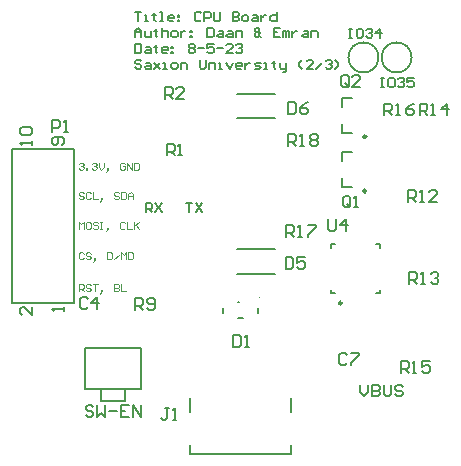
<source format=gto>
G04*
G04 #@! TF.GenerationSoftware,Altium Limited,Altium Designer,23.4.1 (23)*
G04*
G04 Layer_Color=65535*
%FSLAX44Y44*%
%MOMM*%
G71*
G04*
G04 #@! TF.SameCoordinates,89D196A3-88CA-4BC0-B6F8-5B7F0D742441*
G04*
G04*
G04 #@! TF.FilePolarity,Positive*
G04*
G01*
G75*
%ADD10C,0.2000*%
%ADD11C,0.2500*%
%ADD12C,0.1000*%
%ADD13C,0.1270*%
%ADD14C,0.1600*%
%ADD15C,0.1500*%
%ADD16C,0.1524*%
%ADD17C,0.1800*%
D10*
X362700Y354000D02*
G03*
X362700Y354000I-12700J0D01*
G01*
X334700D02*
G03*
X334700Y354000I-12700J0D01*
G01*
X260500Y18500D02*
Y26000D01*
X175500Y18500D02*
X260500D01*
X175500D02*
Y26000D01*
X260500Y53500D02*
Y66000D01*
X175500Y53500D02*
Y66000D01*
X24550Y146400D02*
X76850D01*
Y276400D01*
X24550Y146400D02*
Y276400D01*
X76850D01*
X294250Y154250D02*
X297500D01*
X332500D02*
X335750D01*
Y192500D02*
Y195750D01*
Y154250D02*
Y157500D01*
X294250Y195750D02*
X297500D01*
X332500D02*
X335750D01*
X294250Y192500D02*
Y195750D01*
Y154250D02*
Y157500D01*
X304000Y312000D02*
Y320000D01*
X312000D01*
X304000Y290000D02*
Y298000D01*
Y290000D02*
X312000D01*
X304000Y266000D02*
Y274000D01*
X312000D01*
X304000Y244000D02*
Y252000D01*
Y244000D02*
X312000D01*
X233000Y138000D02*
Y142000D01*
X203000Y138000D02*
Y142000D01*
X216000Y147000D02*
X217000D01*
X216000Y133000D02*
X220000D01*
X319000Y76997D02*
Y70332D01*
X322332Y67000D01*
X325664Y70332D01*
Y76997D01*
X328997D02*
Y67000D01*
X333995D01*
X335661Y68666D01*
Y70332D01*
X333995Y71998D01*
X328997D01*
X333995D01*
X335661Y73664D01*
Y75331D01*
X333995Y76997D01*
X328997D01*
X338994D02*
Y68666D01*
X340660Y67000D01*
X343992D01*
X345658Y68666D01*
Y76997D01*
X355655Y75331D02*
X353989Y76997D01*
X350657D01*
X348990Y75331D01*
Y73664D01*
X350657Y71998D01*
X353989D01*
X355655Y70332D01*
Y68666D01*
X353989Y67000D01*
X350657D01*
X348990Y68666D01*
X291846Y217261D02*
Y208930D01*
X293512Y207264D01*
X296844D01*
X298510Y208930D01*
Y217261D01*
X306841Y207264D02*
Y217261D01*
X301843Y212262D01*
X308507D01*
X93339Y58332D02*
X91673Y59998D01*
X88340D01*
X86674Y58332D01*
Y56666D01*
X88340Y55000D01*
X91673D01*
X93339Y53334D01*
Y51668D01*
X91673Y50002D01*
X88340D01*
X86674Y51668D01*
X96671Y59998D02*
Y50002D01*
X100003Y53334D01*
X103336Y50002D01*
Y59998D01*
X106668Y55000D02*
X113332D01*
X123329Y59998D02*
X116664D01*
Y50002D01*
X123329D01*
X116664Y55000D02*
X119997D01*
X126661Y50002D02*
Y59998D01*
X133326Y50002D01*
Y59998D01*
X258504Y279425D02*
Y289422D01*
X263502D01*
X265168Y287756D01*
Y284424D01*
X263502Y282757D01*
X258504D01*
X261836D02*
X265168Y279425D01*
X268501D02*
X271833D01*
X270167D01*
Y289422D01*
X268501Y287756D01*
X276831D02*
X278498Y289422D01*
X281830D01*
X283496Y287756D01*
Y286090D01*
X281830Y284424D01*
X283496Y282757D01*
Y281091D01*
X281830Y279425D01*
X278498D01*
X276831Y281091D01*
Y282757D01*
X278498Y284424D01*
X276831Y286090D01*
Y287756D01*
X278498Y284424D02*
X281830D01*
X256504Y202002D02*
Y211998D01*
X261502D01*
X263169Y210332D01*
Y207000D01*
X261502Y205334D01*
X256504D01*
X259836D02*
X263169Y202002D01*
X266501D02*
X269833D01*
X268167D01*
Y211998D01*
X266501Y210332D01*
X274832Y211998D02*
X281496D01*
Y210332D01*
X274832Y203668D01*
Y202002D01*
X339504Y305002D02*
Y314998D01*
X344502D01*
X346169Y313332D01*
Y310000D01*
X344502Y308334D01*
X339504D01*
X342836D02*
X346169Y305002D01*
X349501D02*
X352833D01*
X351167D01*
Y314998D01*
X349501Y313332D01*
X364496Y314998D02*
X361164Y313332D01*
X357831Y310000D01*
Y306668D01*
X359498Y305002D01*
X362830D01*
X364496Y306668D01*
Y308334D01*
X362830Y310000D01*
X357831D01*
X353504Y87002D02*
Y96998D01*
X358502D01*
X360168Y95332D01*
Y92000D01*
X358502Y90334D01*
X353504D01*
X356836D02*
X360168Y87002D01*
X363501D02*
X366833D01*
X365167D01*
Y96998D01*
X363501Y95332D01*
X378496Y96998D02*
X371832D01*
Y92000D01*
X375164Y93666D01*
X376830D01*
X378496Y92000D01*
Y88668D01*
X376830Y87002D01*
X373498D01*
X371832Y88668D01*
X369504Y305002D02*
Y314998D01*
X374502D01*
X376169Y313332D01*
Y310000D01*
X374502Y308334D01*
X369504D01*
X372836D02*
X376169Y305002D01*
X379501D02*
X382833D01*
X381167D01*
Y314998D01*
X379501Y313332D01*
X392830Y305002D02*
Y314998D01*
X387831Y310000D01*
X394496D01*
X360504Y162002D02*
Y171998D01*
X365502D01*
X367169Y170332D01*
Y167000D01*
X365502Y165334D01*
X360504D01*
X363836D02*
X367169Y162002D01*
X370501D02*
X373833D01*
X372167D01*
Y171998D01*
X370501Y170332D01*
X378831D02*
X380498Y171998D01*
X383830D01*
X385496Y170332D01*
Y168666D01*
X383830Y167000D01*
X382164D01*
X383830D01*
X385496Y165334D01*
Y163668D01*
X383830Y162002D01*
X380498D01*
X378831Y163668D01*
X359504Y232002D02*
Y241998D01*
X364502D01*
X366169Y240332D01*
Y237000D01*
X364502Y235334D01*
X359504D01*
X362836D02*
X366169Y232002D01*
X369501D02*
X372833D01*
X371167D01*
Y241998D01*
X369501Y240332D01*
X384496Y232002D02*
X377831D01*
X384496Y238666D01*
Y240332D01*
X382830Y241998D01*
X379498D01*
X377831Y240332D01*
X128669Y140002D02*
Y149998D01*
X133668D01*
X135334Y148332D01*
Y145000D01*
X133668Y143334D01*
X128669D01*
X132002D02*
X135334Y140002D01*
X138666Y141668D02*
X140332Y140002D01*
X143665D01*
X145331Y141668D01*
Y148332D01*
X143665Y149998D01*
X140332D01*
X138666Y148332D01*
Y146666D01*
X140332Y145000D01*
X145331D01*
X153669Y319002D02*
Y328998D01*
X158668D01*
X160334Y327332D01*
Y324000D01*
X158668Y322334D01*
X153669D01*
X157002D02*
X160334Y319002D01*
X170331D02*
X163666D01*
X170331Y325666D01*
Y327332D01*
X168664Y328998D01*
X165332D01*
X163666Y327332D01*
X155336Y271002D02*
Y280998D01*
X160334D01*
X162000Y279332D01*
Y276000D01*
X160334Y274334D01*
X155336D01*
X158668D02*
X162000Y271002D01*
X165332D02*
X168664D01*
X166998D01*
Y280998D01*
X165332Y279332D01*
X309334Y330668D02*
Y337332D01*
X307668Y338998D01*
X304335D01*
X302669Y337332D01*
Y330668D01*
X304335Y329002D01*
X307668D01*
X306002Y332334D02*
X309334Y329002D01*
X307668D02*
X309334Y330668D01*
X319331Y329002D02*
X312666D01*
X319331Y335666D01*
Y337332D01*
X317665Y338998D01*
X314332D01*
X312666Y337332D01*
X311000Y228668D02*
Y235332D01*
X309334Y236998D01*
X306002D01*
X304335Y235332D01*
Y228668D01*
X306002Y227002D01*
X309334D01*
X307668Y230334D02*
X311000Y227002D01*
X309334D02*
X311000Y228668D01*
X314332Y227002D02*
X317665D01*
X315998D01*
Y236998D01*
X314332Y235332D01*
X58335Y291002D02*
Y300998D01*
X63334D01*
X65000Y299332D01*
Y296000D01*
X63334Y294334D01*
X58335D01*
X68332Y291002D02*
X71665D01*
X69998D01*
Y300998D01*
X68332Y299332D01*
X257976Y316426D02*
Y306429D01*
X262974D01*
X264640Y308095D01*
Y314760D01*
X262974Y316426D01*
X257976D01*
X274637D02*
X271305Y314760D01*
X267972Y311428D01*
Y308095D01*
X269639Y306429D01*
X272971D01*
X274637Y308095D01*
Y309762D01*
X272971Y311428D01*
X267972D01*
X256044Y185010D02*
Y175014D01*
X261043D01*
X262709Y176680D01*
Y183344D01*
X261043Y185010D01*
X256044D01*
X272706D02*
X266041D01*
Y180012D01*
X269373Y181678D01*
X271040D01*
X272706Y180012D01*
Y176680D01*
X271040Y175014D01*
X267707D01*
X266041Y176680D01*
X308334Y102332D02*
X306668Y103998D01*
X303335D01*
X301669Y102332D01*
Y95668D01*
X303335Y94002D01*
X306668D01*
X308334Y95668D01*
X311666Y103998D02*
X318331D01*
Y102332D01*
X311666Y95668D01*
Y94002D01*
X88334Y149332D02*
X86668Y150998D01*
X83336D01*
X81669Y149332D01*
Y142668D01*
X83336Y141002D01*
X86668D01*
X88334Y142668D01*
X96664Y141002D02*
Y150998D01*
X91666Y146000D01*
X98331D01*
X157000Y56998D02*
X153668D01*
X155334D01*
Y48668D01*
X153668Y47002D01*
X152002D01*
X150336Y48668D01*
X160332Y47002D02*
X163664D01*
X161998D01*
Y56998D01*
X160332Y55332D01*
X211336Y118998D02*
Y109002D01*
X216334D01*
X218000Y110668D01*
Y117332D01*
X216334Y118998D01*
X211336D01*
X221332Y109002D02*
X224664D01*
X222998D01*
Y118998D01*
X221332Y117332D01*
D11*
X303750Y146000D02*
G03*
X303750Y146000I-1250J0D01*
G01*
X324250Y287000D02*
G03*
X324250Y287000I-1250J0D01*
G01*
Y241000D02*
G03*
X324250Y241000I-1250J0D01*
G01*
D12*
X234500Y151000D02*
G03*
X234500Y151000I-500J0D01*
G01*
X81000Y155999D02*
Y161997D01*
X83999D01*
X84999Y160998D01*
Y158998D01*
X83999Y157999D01*
X81000D01*
X82999D02*
X84999Y155999D01*
X90997Y160998D02*
X89997Y161997D01*
X87998D01*
X86998Y160998D01*
Y159998D01*
X87998Y158998D01*
X89997D01*
X90997Y157999D01*
Y156999D01*
X89997Y155999D01*
X87998D01*
X86998Y156999D01*
X92996Y161997D02*
X96995D01*
X94995D01*
Y155999D01*
X99994Y155000D02*
X100993Y155999D01*
Y156999D01*
X99994D01*
Y155999D01*
X100993D01*
X99994Y155000D01*
X98994Y154000D01*
X110990Y161997D02*
Y155999D01*
X113989D01*
X114989Y156999D01*
Y157999D01*
X113989Y158998D01*
X110990D01*
X113989D01*
X114989Y159998D01*
Y160998D01*
X113989Y161997D01*
X110990D01*
X116988D02*
Y155999D01*
X120987D01*
X84999Y187998D02*
X83999Y188997D01*
X82000D01*
X81000Y187998D01*
Y183999D01*
X82000Y182999D01*
X83999D01*
X84999Y183999D01*
X90997Y187998D02*
X89997Y188997D01*
X87998D01*
X86998Y187998D01*
Y186998D01*
X87998Y185998D01*
X89997D01*
X90997Y184999D01*
Y183999D01*
X89997Y182999D01*
X87998D01*
X86998Y183999D01*
X93996Y182000D02*
X94995Y182999D01*
Y183999D01*
X93996D01*
Y182999D01*
X94995D01*
X93996Y182000D01*
X92996Y181000D01*
X104992Y188997D02*
Y182999D01*
X107991D01*
X108991Y183999D01*
Y187998D01*
X107991Y188997D01*
X104992D01*
X110990Y182999D02*
X114989Y186998D01*
X116988Y182999D02*
Y188997D01*
X118988Y186998D01*
X120987Y188997D01*
Y182999D01*
X122986Y188997D02*
Y182999D01*
X125985D01*
X126985Y183999D01*
Y187998D01*
X125985Y188997D01*
X122986D01*
X81000Y208999D02*
Y214997D01*
X82999Y212998D01*
X84999Y214997D01*
Y208999D01*
X89997Y214997D02*
X87998D01*
X86998Y213998D01*
Y209999D01*
X87998Y208999D01*
X89997D01*
X90997Y209999D01*
Y213998D01*
X89997Y214997D01*
X96995Y213998D02*
X95995Y214997D01*
X93996D01*
X92996Y213998D01*
Y212998D01*
X93996Y211998D01*
X95995D01*
X96995Y210999D01*
Y209999D01*
X95995Y208999D01*
X93996D01*
X92996Y209999D01*
X98994Y214997D02*
X100993D01*
X99994D01*
Y208999D01*
X98994D01*
X100993D01*
X104992Y208000D02*
X105992Y208999D01*
Y209999D01*
X104992D01*
Y208999D01*
X105992D01*
X104992Y208000D01*
X103993Y207000D01*
X119987Y213998D02*
X118988Y214997D01*
X116988D01*
X115989Y213998D01*
Y209999D01*
X116988Y208999D01*
X118988D01*
X119987Y209999D01*
X121987Y214997D02*
Y208999D01*
X125985D01*
X127985Y214997D02*
Y208999D01*
Y210999D01*
X131983Y214997D01*
X128984Y211998D01*
X131983Y208999D01*
X84999Y238998D02*
X83999Y239997D01*
X82000D01*
X81000Y238998D01*
Y237998D01*
X82000Y236998D01*
X83999D01*
X84999Y235999D01*
Y234999D01*
X83999Y233999D01*
X82000D01*
X81000Y234999D01*
X90997Y238998D02*
X89997Y239997D01*
X87998D01*
X86998Y238998D01*
Y234999D01*
X87998Y233999D01*
X89997D01*
X90997Y234999D01*
X92996Y239997D02*
Y233999D01*
X96995D01*
X99994Y233000D02*
X100993Y233999D01*
Y234999D01*
X99994D01*
Y233999D01*
X100993D01*
X99994Y233000D01*
X98994Y232000D01*
X114989Y238998D02*
X113989Y239997D01*
X111990D01*
X110990Y238998D01*
Y237998D01*
X111990Y236998D01*
X113989D01*
X114989Y235999D01*
Y234999D01*
X113989Y233999D01*
X111990D01*
X110990Y234999D01*
X116988Y239997D02*
Y233999D01*
X119987D01*
X120987Y234999D01*
Y238998D01*
X119987Y239997D01*
X116988D01*
X122986Y233999D02*
Y237998D01*
X124986Y239997D01*
X126985Y237998D01*
Y233999D01*
Y236998D01*
X122986D01*
X81000Y263998D02*
X82000Y264997D01*
X83999D01*
X84999Y263998D01*
Y262998D01*
X83999Y261998D01*
X82999D01*
X83999D01*
X84999Y260999D01*
Y259999D01*
X83999Y258999D01*
X82000D01*
X81000Y259999D01*
X86998Y258999D02*
Y259999D01*
X87998D01*
Y258999D01*
X86998D01*
X91996Y263998D02*
X92996Y264997D01*
X94995D01*
X95995Y263998D01*
Y262998D01*
X94995Y261998D01*
X93996D01*
X94995D01*
X95995Y260999D01*
Y259999D01*
X94995Y258999D01*
X92996D01*
X91996Y259999D01*
X97994Y264997D02*
Y260999D01*
X99994Y258999D01*
X101993Y260999D01*
Y264997D01*
X104992Y258000D02*
X105992Y258999D01*
Y259999D01*
X104992D01*
Y258999D01*
X105992D01*
X104992Y258000D01*
X103993Y257000D01*
X119987Y263998D02*
X118988Y264997D01*
X116988D01*
X115989Y263998D01*
Y259999D01*
X116988Y258999D01*
X118988D01*
X119987Y259999D01*
Y261998D01*
X117988D01*
X121987Y258999D02*
Y264997D01*
X125985Y258999D01*
Y264997D01*
X127985D02*
Y258999D01*
X130984D01*
X131983Y259999D01*
Y263998D01*
X130984Y264997D01*
X127985D01*
D13*
X99500Y63000D02*
Y73000D01*
X120500D01*
Y63000D02*
Y73000D01*
X99500Y63000D02*
X120500D01*
X86500Y73000D02*
Y108000D01*
X133500D01*
Y73000D02*
Y108000D01*
X120500Y73000D02*
X133500D01*
X86500D02*
X120500D01*
X215000Y170550D02*
X247000D01*
X214500Y191450D02*
X247500D01*
X215000Y302550D02*
X247000D01*
X214500Y323450D02*
X247500D01*
D14*
X128600Y392574D02*
X133932D01*
X131266D01*
Y384576D01*
X136597D02*
X139263D01*
X137930D01*
Y389908D01*
X136597D01*
X144595Y391241D02*
Y389908D01*
X143262D01*
X145928D01*
X144595D01*
Y385909D01*
X145928Y384576D01*
X149927D02*
X152592D01*
X151259D01*
Y392574D01*
X149927D01*
X160590Y384576D02*
X157924D01*
X156591Y385909D01*
Y388575D01*
X157924Y389908D01*
X160590D01*
X161923Y388575D01*
Y387242D01*
X156591D01*
X164588Y389908D02*
X165921D01*
Y388575D01*
X164588D01*
Y389908D01*
Y385909D02*
X165921D01*
Y384576D01*
X164588D01*
Y385909D01*
X184582Y391241D02*
X183249Y392574D01*
X180583D01*
X179250Y391241D01*
Y385909D01*
X180583Y384576D01*
X183249D01*
X184582Y385909D01*
X187248Y384576D02*
Y392574D01*
X191246D01*
X192579Y391241D01*
Y388575D01*
X191246Y387242D01*
X187248D01*
X195245Y392574D02*
Y385909D01*
X196578Y384576D01*
X199244D01*
X200577Y385909D01*
Y392574D01*
X211240D02*
Y384576D01*
X215239D01*
X216572Y385909D01*
Y387242D01*
X215239Y388575D01*
X211240D01*
X215239D01*
X216572Y389908D01*
Y391241D01*
X215239Y392574D01*
X211240D01*
X220570Y384576D02*
X223236D01*
X224569Y385909D01*
Y388575D01*
X223236Y389908D01*
X220570D01*
X219237Y388575D01*
Y385909D01*
X220570Y384576D01*
X228568Y389908D02*
X231234D01*
X232567Y388575D01*
Y384576D01*
X228568D01*
X227235Y385909D01*
X228568Y387242D01*
X232567D01*
X235232Y389908D02*
Y384576D01*
Y387242D01*
X236565Y388575D01*
X237898Y389908D01*
X239231D01*
X248561Y392574D02*
Y384576D01*
X244563D01*
X243230Y385909D01*
Y388575D01*
X244563Y389908D01*
X248561D01*
X128600Y371140D02*
Y376471D01*
X131266Y379137D01*
X133932Y376471D01*
Y371140D01*
Y375138D01*
X128600D01*
X136597Y376471D02*
Y372472D01*
X137930Y371140D01*
X141929D01*
Y376471D01*
X145928Y377804D02*
Y376471D01*
X144595D01*
X147261D01*
X145928D01*
Y372472D01*
X147261Y371140D01*
X151259Y379137D02*
Y371140D01*
Y375138D01*
X152592Y376471D01*
X155258D01*
X156591Y375138D01*
Y371140D01*
X160590D02*
X163256D01*
X164588Y372472D01*
Y375138D01*
X163256Y376471D01*
X160590D01*
X159257Y375138D01*
Y372472D01*
X160590Y371140D01*
X167254Y376471D02*
Y371140D01*
Y373805D01*
X168587Y375138D01*
X169920Y376471D01*
X171253D01*
X175252D02*
X176584D01*
Y375138D01*
X175252D01*
Y376471D01*
Y372472D02*
X176584D01*
Y371140D01*
X175252D01*
Y372472D01*
X189914Y379137D02*
Y371140D01*
X193912D01*
X195245Y372472D01*
Y377804D01*
X193912Y379137D01*
X189914D01*
X199244Y376471D02*
X201910D01*
X203243Y375138D01*
Y371140D01*
X199244D01*
X197911Y372472D01*
X199244Y373805D01*
X203243D01*
X207241Y376471D02*
X209907D01*
X211240Y375138D01*
Y371140D01*
X207241D01*
X205908Y372472D01*
X207241Y373805D01*
X211240D01*
X213906Y371140D02*
Y376471D01*
X217904D01*
X219237Y375138D01*
Y371140D01*
X235232D02*
X233899Y372472D01*
X232567Y371140D01*
X231234D01*
X229901Y372472D01*
Y373805D01*
X231234Y375138D01*
X229901Y376471D01*
Y377804D01*
X231234Y379137D01*
X232567D01*
X233899Y377804D01*
Y376471D01*
X232567Y375138D01*
X233899Y373805D01*
Y372472D01*
X235232Y375138D02*
X233899Y373805D01*
X231234Y375138D02*
X232567D01*
X251227Y379137D02*
X245896D01*
Y371140D01*
X251227D01*
X245896Y375138D02*
X248561D01*
X253893Y371140D02*
Y376471D01*
X255226D01*
X256559Y375138D01*
Y371140D01*
Y375138D01*
X257892Y376471D01*
X259224Y375138D01*
Y371140D01*
X261890Y376471D02*
Y371140D01*
Y373805D01*
X263223Y375138D01*
X264556Y376471D01*
X265889D01*
X271221D02*
X273887D01*
X275219Y375138D01*
Y371140D01*
X271221D01*
X269888Y372472D01*
X271221Y373805D01*
X275219D01*
X277885Y371140D02*
Y376471D01*
X281884D01*
X283217Y375138D01*
Y371140D01*
X128600Y365700D02*
Y357703D01*
X132599D01*
X133932Y359036D01*
Y364367D01*
X132599Y365700D01*
X128600D01*
X137930Y363034D02*
X140596D01*
X141929Y361701D01*
Y357703D01*
X137930D01*
X136597Y359036D01*
X137930Y360368D01*
X141929D01*
X145928Y364367D02*
Y363034D01*
X144595D01*
X147261D01*
X145928D01*
Y359036D01*
X147261Y357703D01*
X155258D02*
X152592D01*
X151259Y359036D01*
Y361701D01*
X152592Y363034D01*
X155258D01*
X156591Y361701D01*
Y360368D01*
X151259D01*
X159257Y363034D02*
X160590D01*
Y361701D01*
X159257D01*
Y363034D01*
Y359036D02*
X160590D01*
Y357703D01*
X159257D01*
Y359036D01*
X173919Y364367D02*
X175252Y365700D01*
X177917D01*
X179250Y364367D01*
Y363034D01*
X177917Y361701D01*
X179250Y360368D01*
Y359036D01*
X177917Y357703D01*
X175252D01*
X173919Y359036D01*
Y360368D01*
X175252Y361701D01*
X173919Y363034D01*
Y364367D01*
X175252Y361701D02*
X177917D01*
X181916D02*
X187248D01*
X195245Y365700D02*
X189914D01*
Y361701D01*
X192579Y363034D01*
X193912D01*
X195245Y361701D01*
Y359036D01*
X193912Y357703D01*
X191246D01*
X189914Y359036D01*
X197911Y361701D02*
X203243D01*
X211240Y357703D02*
X205908D01*
X211240Y363034D01*
Y364367D01*
X209907Y365700D01*
X207241D01*
X205908Y364367D01*
X213906D02*
X215239Y365700D01*
X217904D01*
X219237Y364367D01*
Y363034D01*
X217904Y361701D01*
X216572D01*
X217904D01*
X219237Y360368D01*
Y359036D01*
X217904Y357703D01*
X215239D01*
X213906Y359036D01*
X133932Y350930D02*
X132599Y352263D01*
X129933D01*
X128600Y350930D01*
Y349597D01*
X129933Y348265D01*
X132599D01*
X133932Y346932D01*
Y345599D01*
X132599Y344266D01*
X129933D01*
X128600Y345599D01*
X137930Y349597D02*
X140596D01*
X141929Y348265D01*
Y344266D01*
X137930D01*
X136597Y345599D01*
X137930Y346932D01*
X141929D01*
X144595Y349597D02*
X149926Y344266D01*
X147261Y346932D01*
X149926Y349597D01*
X144595Y344266D01*
X152592D02*
X155258D01*
X153925D01*
Y349597D01*
X152592D01*
X160590Y344266D02*
X163256D01*
X164588Y345599D01*
Y348265D01*
X163256Y349597D01*
X160590D01*
X159257Y348265D01*
Y345599D01*
X160590Y344266D01*
X167254D02*
Y349597D01*
X171253D01*
X172586Y348265D01*
Y344266D01*
X183249Y352263D02*
Y345599D01*
X184582Y344266D01*
X187248D01*
X188581Y345599D01*
Y352263D01*
X191246Y344266D02*
Y349597D01*
X195245D01*
X196578Y348265D01*
Y344266D01*
X199244D02*
X201910D01*
X200577D01*
Y349597D01*
X199244D01*
X205908D02*
X208574Y344266D01*
X211240Y349597D01*
X217904Y344266D02*
X215239D01*
X213906Y345599D01*
Y348265D01*
X215239Y349597D01*
X217904D01*
X219237Y348265D01*
Y346932D01*
X213906D01*
X221903Y349597D02*
Y344266D01*
Y346932D01*
X223236Y348265D01*
X224569Y349597D01*
X225902D01*
X229901Y344266D02*
X233899D01*
X235232Y345599D01*
X233899Y346932D01*
X231234D01*
X229901Y348265D01*
X231234Y349597D01*
X235232D01*
X237898Y344266D02*
X240564D01*
X239231D01*
Y349597D01*
X237898D01*
X245896Y350930D02*
Y349597D01*
X244563D01*
X247228D01*
X245896D01*
Y345599D01*
X247228Y344266D01*
X251227Y349597D02*
Y345599D01*
X252560Y344266D01*
X256559D01*
Y342933D01*
X255226Y341600D01*
X253893D01*
X256559Y344266D02*
Y349597D01*
X269888Y344266D02*
X267222Y346932D01*
Y349597D01*
X269888Y352263D01*
X279218Y344266D02*
X273887D01*
X279218Y349597D01*
Y350930D01*
X277885Y352263D01*
X275219D01*
X273887Y350930D01*
X281884Y344266D02*
X287215Y349597D01*
X289881Y350930D02*
X291214Y352263D01*
X293880D01*
X295213Y350930D01*
Y349597D01*
X293880Y348265D01*
X292547D01*
X293880D01*
X295213Y346932D01*
Y345599D01*
X293880Y344266D01*
X291214D01*
X289881Y345599D01*
X297879Y344266D02*
X300545Y346932D01*
Y349597D01*
X297879Y352263D01*
D15*
X336462Y336815D02*
X339128D01*
X337795D01*
Y328817D01*
X336462D01*
X339128D01*
X347125Y336815D02*
X344460D01*
X343127Y335482D01*
Y330150D01*
X344460Y328817D01*
X347125D01*
X348458Y330150D01*
Y335482D01*
X347125Y336815D01*
X351124Y335482D02*
X352457Y336815D01*
X355123D01*
X356456Y335482D01*
Y334149D01*
X355123Y332816D01*
X353790D01*
X355123D01*
X356456Y331483D01*
Y330150D01*
X355123Y328817D01*
X352457D01*
X351124Y330150D01*
X364453Y336815D02*
X359122D01*
Y332816D01*
X361787Y334149D01*
X363120D01*
X364453Y332816D01*
Y330150D01*
X363120Y328817D01*
X360454D01*
X359122Y330150D01*
X309500Y378497D02*
X312166D01*
X310833D01*
Y370500D01*
X309500D01*
X312166D01*
X320163Y378497D02*
X317497D01*
X316164Y377164D01*
Y371833D01*
X317497Y370500D01*
X320163D01*
X321496Y371833D01*
Y377164D01*
X320163Y378497D01*
X324162Y377164D02*
X325495Y378497D01*
X328161D01*
X329493Y377164D01*
Y375832D01*
X328161Y374499D01*
X326828D01*
X328161D01*
X329493Y373166D01*
Y371833D01*
X328161Y370500D01*
X325495D01*
X324162Y371833D01*
X336158Y370500D02*
Y378497D01*
X332159Y374499D01*
X337491D01*
D16*
X67007Y279500D02*
X68700Y281193D01*
Y284578D01*
X67007Y286271D01*
X60236D01*
X58543Y284578D01*
Y281193D01*
X60236Y279500D01*
X61929D01*
X63622Y281193D01*
Y286271D01*
X41700Y279500D02*
Y282886D01*
Y281193D01*
X31543D01*
X33236Y279500D01*
Y287964D02*
X31543Y289657D01*
Y293042D01*
X33236Y294735D01*
X40007D01*
X41700Y293042D01*
Y289657D01*
X40007Y287964D01*
X33236D01*
X68700Y139300D02*
Y142686D01*
Y140993D01*
X58543D01*
X60236Y139300D01*
X41700Y143071D02*
Y136300D01*
X34929Y143071D01*
X33236D01*
X31543Y141378D01*
Y137993D01*
X33236Y136300D01*
D17*
X137800Y222800D02*
Y230797D01*
X141799D01*
X143132Y229464D01*
Y226799D01*
X141799Y225466D01*
X137800D01*
X140466D02*
X143132Y222800D01*
X145797Y230797D02*
X151129Y222800D01*
Y230797D02*
X145797Y222800D01*
X171800Y230797D02*
X177132D01*
X174466D01*
Y222800D01*
X179797Y230797D02*
X185129Y222800D01*
Y230797D02*
X179797Y222800D01*
M02*

</source>
